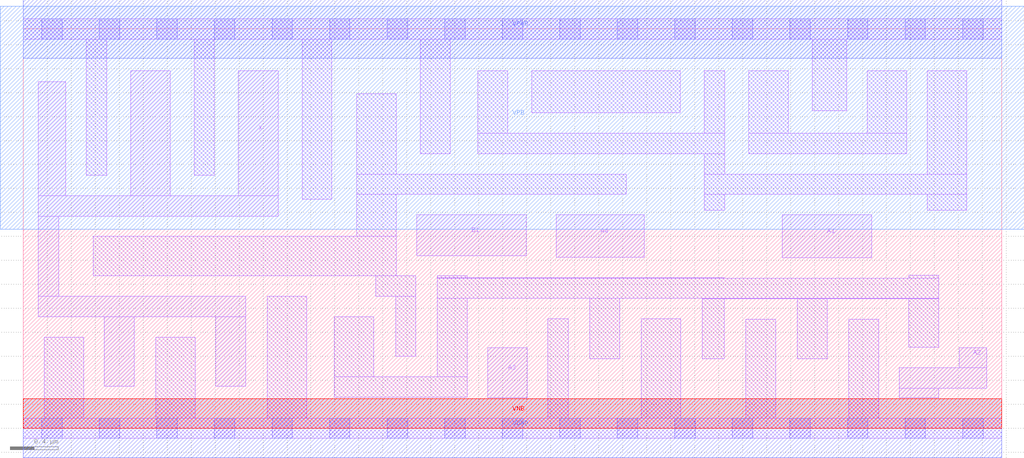
<source format=lef>
# Copyright 2020 The SkyWater PDK Authors
#
# Licensed under the Apache License, Version 2.0 (the "License");
# you may not use this file except in compliance with the License.
# You may obtain a copy of the License at
#
#     https://www.apache.org/licenses/LICENSE-2.0
#
# Unless required by applicable law or agreed to in writing, software
# distributed under the License is distributed on an "AS IS" BASIS,
# WITHOUT WARRANTIES OR CONDITIONS OF ANY KIND, either express or implied.
# See the License for the specific language governing permissions and
# limitations under the License.
#
# SPDX-License-Identifier: Apache-2.0

VERSION 5.7 ;
  NOWIREEXTENSIONATPIN ON ;
  DIVIDERCHAR "/" ;
  BUSBITCHARS "[]" ;
MACRO sky130_fd_sc_ms__o41a_4
  CLASS CORE ;
  FOREIGN sky130_fd_sc_ms__o41a_4 ;
  ORIGIN  0.000000  0.000000 ;
  SIZE  8.160000 BY  3.330000 ;
  SYMMETRY X Y ;
  SITE unit ;
  PIN A1
    ANTENNAGATEAREA  0.595200 ;
    DIRECTION INPUT ;
    USE SIGNAL ;
    PORT
      LAYER li1 ;
        RECT 6.330000 1.420000 7.075000 1.780000 ;
    END
  END A1
  PIN A2
    ANTENNAGATEAREA  0.595200 ;
    DIRECTION INPUT ;
    USE SIGNAL ;
    PORT
      LAYER li1 ;
        RECT 7.305000 0.255000 7.635000 0.335000 ;
        RECT 7.305000 0.335000 8.035000 0.505000 ;
        RECT 7.805000 0.505000 8.035000 0.670000 ;
    END
  END A2
  PIN A3
    ANTENNAGATEAREA  0.595200 ;
    DIRECTION INPUT ;
    USE SIGNAL ;
    PORT
      LAYER li1 ;
        RECT 3.875000 0.255000 4.205000 0.670000 ;
    END
  END A3
  PIN A4
    ANTENNAGATEAREA  0.595200 ;
    DIRECTION INPUT ;
    USE SIGNAL ;
    PORT
      LAYER li1 ;
        RECT 4.445000 1.425000 5.180000 1.780000 ;
    END
  END A4
  PIN B1
    ANTENNAGATEAREA  0.494400 ;
    DIRECTION INPUT ;
    USE SIGNAL ;
    PORT
      LAYER li1 ;
        RECT 3.280000 1.440000 4.195000 1.780000 ;
    END
  END B1
  PIN X
    ANTENNADIFFAREA  1.019200 ;
    DIRECTION OUTPUT ;
    USE SIGNAL ;
    PORT
      LAYER li1 ;
        RECT 0.125000 0.930000 1.855000 1.100000 ;
        RECT 0.125000 1.100000 0.295000 1.770000 ;
        RECT 0.125000 1.770000 2.125000 1.940000 ;
        RECT 0.125000 1.940000 0.355000 2.890000 ;
        RECT 0.675000 0.350000 0.925000 0.930000 ;
        RECT 0.895000 1.940000 1.225000 2.980000 ;
        RECT 1.605000 0.350000 1.855000 0.930000 ;
        RECT 1.795000 1.940000 2.125000 2.980000 ;
    END
  END X
  PIN VGND
    DIRECTION INOUT ;
    USE GROUND ;
    PORT
      LAYER met1 ;
        RECT 0.000000 -0.245000 8.160000 0.245000 ;
    END
  END VGND
  PIN VNB
    DIRECTION INOUT ;
    USE GROUND ;
    PORT
      LAYER pwell ;
        RECT 0.000000 0.000000 8.160000 0.245000 ;
    END
  END VNB
  PIN VPB
    DIRECTION INOUT ;
    USE POWER ;
    PORT
      LAYER nwell ;
        RECT -0.190000 1.660000 8.350000 3.520000 ;
    END
  END VPB
  PIN VPWR
    DIRECTION INOUT ;
    USE POWER ;
    PORT
      LAYER met1 ;
        RECT 0.000000 3.085000 8.160000 3.575000 ;
    END
  END VPWR
  OBS
    LAYER li1 ;
      RECT 0.000000 -0.085000 8.160000 0.085000 ;
      RECT 0.000000  3.245000 8.160000 3.415000 ;
      RECT 0.175000  0.085000 0.505000 0.760000 ;
      RECT 0.525000  2.110000 0.695000 3.245000 ;
      RECT 0.585000  1.270000 3.110000 1.600000 ;
      RECT 1.105000  0.085000 1.435000 0.760000 ;
      RECT 1.425000  2.110000 1.595000 3.245000 ;
      RECT 2.035000  0.085000 2.365000 1.100000 ;
      RECT 2.325000  1.910000 2.575000 3.245000 ;
      RECT 2.595000  0.260000 3.705000 0.430000 ;
      RECT 2.595000  0.430000 2.925000 0.930000 ;
      RECT 2.780000  1.600000 3.110000 1.950000 ;
      RECT 2.780000  1.950000 5.030000 2.120000 ;
      RECT 2.780000  2.120000 3.110000 2.790000 ;
      RECT 2.940000  1.100000 3.275000 1.270000 ;
      RECT 3.105000  0.600000 3.275000 1.100000 ;
      RECT 3.310000  2.290000 3.560000 3.245000 ;
      RECT 3.455000  0.430000 3.705000 1.085000 ;
      RECT 3.455000  1.085000 7.635000 1.250000 ;
      RECT 3.455000  1.250000 5.845000 1.255000 ;
      RECT 3.455000  1.255000 3.705000 1.270000 ;
      RECT 3.790000  2.290000 5.850000 2.460000 ;
      RECT 3.790000  2.460000 4.040000 2.980000 ;
      RECT 4.240000  2.630000 5.480000 2.980000 ;
      RECT 4.375000  0.085000 4.545000 0.915000 ;
      RECT 4.725000  0.580000 4.975000 1.085000 ;
      RECT 5.155000  0.085000 5.485000 0.915000 ;
      RECT 5.665000  0.580000 5.845000 1.080000 ;
      RECT 5.665000  1.080000 7.635000 1.085000 ;
      RECT 5.680000  1.820000 5.850000 1.950000 ;
      RECT 5.680000  1.950000 7.870000 2.120000 ;
      RECT 5.680000  2.120000 5.850000 2.290000 ;
      RECT 5.680000  2.460000 5.850000 2.980000 ;
      RECT 6.025000  0.085000 6.275000 0.910000 ;
      RECT 6.050000  2.290000 7.370000 2.460000 ;
      RECT 6.050000  2.460000 6.380000 2.980000 ;
      RECT 6.455000  0.580000 6.705000 1.080000 ;
      RECT 6.580000  2.650000 6.870000 3.245000 ;
      RECT 6.885000  0.085000 7.135000 0.910000 ;
      RECT 7.040000  2.460000 7.370000 2.980000 ;
      RECT 7.385000  0.675000 7.635000 1.080000 ;
      RECT 7.385000  1.250000 7.635000 1.275000 ;
      RECT 7.540000  1.820000 7.870000 1.950000 ;
      RECT 7.540000  2.120000 7.870000 2.980000 ;
    LAYER mcon ;
      RECT 0.155000 -0.085000 0.325000 0.085000 ;
      RECT 0.155000  3.245000 0.325000 3.415000 ;
      RECT 0.635000 -0.085000 0.805000 0.085000 ;
      RECT 0.635000  3.245000 0.805000 3.415000 ;
      RECT 1.115000 -0.085000 1.285000 0.085000 ;
      RECT 1.115000  3.245000 1.285000 3.415000 ;
      RECT 1.595000 -0.085000 1.765000 0.085000 ;
      RECT 1.595000  3.245000 1.765000 3.415000 ;
      RECT 2.075000 -0.085000 2.245000 0.085000 ;
      RECT 2.075000  3.245000 2.245000 3.415000 ;
      RECT 2.555000 -0.085000 2.725000 0.085000 ;
      RECT 2.555000  3.245000 2.725000 3.415000 ;
      RECT 3.035000 -0.085000 3.205000 0.085000 ;
      RECT 3.035000  3.245000 3.205000 3.415000 ;
      RECT 3.515000 -0.085000 3.685000 0.085000 ;
      RECT 3.515000  3.245000 3.685000 3.415000 ;
      RECT 3.995000 -0.085000 4.165000 0.085000 ;
      RECT 3.995000  3.245000 4.165000 3.415000 ;
      RECT 4.475000 -0.085000 4.645000 0.085000 ;
      RECT 4.475000  3.245000 4.645000 3.415000 ;
      RECT 4.955000 -0.085000 5.125000 0.085000 ;
      RECT 4.955000  3.245000 5.125000 3.415000 ;
      RECT 5.435000 -0.085000 5.605000 0.085000 ;
      RECT 5.435000  3.245000 5.605000 3.415000 ;
      RECT 5.915000 -0.085000 6.085000 0.085000 ;
      RECT 5.915000  3.245000 6.085000 3.415000 ;
      RECT 6.395000 -0.085000 6.565000 0.085000 ;
      RECT 6.395000  3.245000 6.565000 3.415000 ;
      RECT 6.875000 -0.085000 7.045000 0.085000 ;
      RECT 6.875000  3.245000 7.045000 3.415000 ;
      RECT 7.355000 -0.085000 7.525000 0.085000 ;
      RECT 7.355000  3.245000 7.525000 3.415000 ;
      RECT 7.835000 -0.085000 8.005000 0.085000 ;
      RECT 7.835000  3.245000 8.005000 3.415000 ;
  END
END sky130_fd_sc_ms__o41a_4
END LIBRARY

</source>
